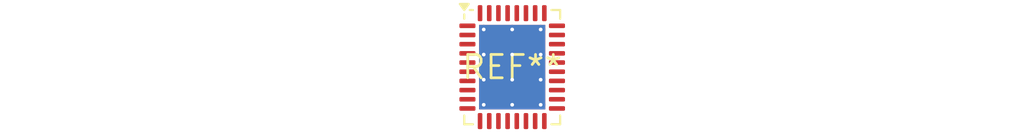
<source format=kicad_pcb>
(kicad_pcb (version 20240108) (generator pcbnew)
  (layers (0 "F.Cu" signal) (31 "B.Cu" signal) (34 "B.Paste" user) (35 "F.Paste" user) (36 "B.SilkS" user "B.Silkscreen") (37 "F.SilkS" user "F.Silkscreen") (38 "B.Mask" user) (39 "F.Mask" user) (44 "Edge.Cuts" user))
  (net 0 "")
  (footprint "QFN-36-1EP_5x6mm_P0.5mm_EP3.6x4.6mm_ThermalVias" (layer "F.Cu") (at 0 0)
    (property "Reference" "REF**")
    (property "Value" "QFN-36-1EP_5x6mm_P0.5mm_EP3.6x4.6mm_ThermalVias")
    (fp_line (start -2.61 -2.635) (end -2.61 -2.87) (layer "F.SilkS") (stroke (width 0.12)))
    (fp_line (start -2.61 3.11) (end -2.61 2.635) (layer "F.SilkS") (stroke (width 0.12)))
    (fp_line (start -2.135 -3.11) (end -2.31 -3.11) (layer "F.SilkS") (stroke (width 0.12)))
    (fp_line (start -2.135 3.11) (end -2.61 3.11) (layer "F.SilkS") (stroke (width 0.12)))
    (fp_line (start 2.135 -3.11) (end 2.61 -3.11) (layer "F.SilkS") (stroke (width 0.12)))
    (fp_line (start 2.135 3.11) (end 2.61 3.11) (layer "F.SilkS") (stroke (width 0.12)))
    (fp_line (start 2.61 -3.11) (end 2.61 -2.635) (layer "F.SilkS") (stroke (width 0.12)))
    (fp_line (start 2.61 3.11) (end 2.61 2.635) (layer "F.SilkS") (stroke (width 0.12)))
    (fp_poly (pts (xy -2.61 -3.11) (xy -2.85 -3.44) (xy -2.37 -3.44) (xy -2.61 -3.11)) (layer "F.SilkS") (stroke (width 0.12)) (fill solid))
    (pad "1" smd roundrect (at -2.4375 -2.25) (size 0.875 0.25) (layers "F.Cu" "F.Paste" "F.Mask"))
    (pad "2" smd roundrect (at -2.4375 -1.75) (size 0.875 0.25) (layers "F.Cu" "F.Paste" "F.Mask"))
    (pad "3" smd roundrect (at -2.4375 -1.25) (size 0.875 0.25) (layers "F.Cu" "F.Paste" "F.Mask"))
    (pad "4" smd roundrect (at -2.4375 -0.75) (size 0.875 0.25) (layers "F.Cu" "F.Paste" "F.Mask"))
    (pad "5" smd roundrect (at -2.4375 -0.25) (size 0.875 0.25) (layers "F.Cu" "F.Paste" "F.Mask"))
    (pad "6" smd roundrect (at -2.4375 0.25) (size 0.875 0.25) (layers "F.Cu" "F.Paste" "F.Mask"))
    (pad "7" smd roundrect (at -2.4375 0.75) (size 0.875 0.25) (layers "F.Cu" "F.Paste" "F.Mask"))
    (pad "8" smd roundrect (at -2.4375 1.25) (size 0.875 0.25) (layers "F.Cu" "F.Paste" "F.Mask"))
    (pad "9" smd roundrect (at -2.4375 1.75) (size 0.875 0.25) (layers "F.Cu" "F.Paste" "F.Mask"))
    (pad "10" smd roundrect (at -2.4375 2.25) (size 0.875 0.25) (layers "F.Cu" "F.Paste" "F.Mask"))
    (pad "11" smd roundrect (at -1.75 2.9375) (size 0.25 0.875) (layers "F.Cu" "F.Paste" "F.Mask"))
    (pad "12" smd roundrect (at -1.25 2.9375) (size 0.25 0.875) (layers "F.Cu" "F.Paste" "F.Mask"))
    (pad "13" smd roundrect (at -0.75 2.9375) (size 0.25 0.875) (layers "F.Cu" "F.Paste" "F.Mask"))
    (pad "14" smd roundrect (at -0.25 2.9375) (size 0.25 0.875) (layers "F.Cu" "F.Paste" "F.Mask"))
    (pad "15" smd roundrect (at 0.25 2.9375) (size 0.25 0.875) (layers "F.Cu" "F.Paste" "F.Mask"))
    (pad "16" smd roundrect (at 0.75 2.9375) (size 0.25 0.875) (layers "F.Cu" "F.Paste" "F.Mask"))
    (pad "17" smd roundrect (at 1.25 2.9375) (size 0.25 0.875) (layers "F.Cu" "F.Paste" "F.Mask"))
    (pad "18" smd roundrect (at 1.75 2.9375) (size 0.25 0.875) (layers "F.Cu" "F.Paste" "F.Mask"))
    (pad "19" smd roundrect (at 2.4375 2.25) (size 0.875 0.25) (layers "F.Cu" "F.Paste" "F.Mask"))
    (pad "20" smd roundrect (at 2.4375 1.75) (size 0.875 0.25) (layers "F.Cu" "F.Paste" "F.Mask"))
    (pad "21" smd roundrect (at 2.4375 1.25) (size 0.875 0.25) (layers "F.Cu" "F.Paste" "F.Mask"))
    (pad "22" smd roundrect (at 2.4375 0.75) (size 0.875 0.25) (layers "F.Cu" "F.Paste" "F.Mask"))
    (pad "23" smd roundrect (at 2.4375 0.25) (size 0.875 0.25) (layers "F.Cu" "F.Paste" "F.Mask"))
    (pad "24" smd roundrect (at 2.4375 -0.25) (size 0.875 0.25) (layers "F.Cu" "F.Paste" "F.Mask"))
    (pad "25" smd roundrect (at 2.4375 -0.75) (size 0.875 0.25) (layers "F.Cu" "F.Paste" "F.Mask"))
    (pad "26" smd roundrect (at 2.4375 -1.25) (size 0.875 0.25) (layers "F.Cu" "F.Paste" "F.Mask"))
    (pad "27" smd roundrect (at 2.4375 -1.75) (size 0.875 0.25) (layers "F.Cu" "F.Paste" "F.Mask"))
    (pad "28" smd roundrect (at 2.4375 -2.25) (size 0.875 0.25) (layers "F.Cu" "F.Paste" "F.Mask"))
    (pad "29" smd roundrect (at 1.75 -2.9375) (size 0.25 0.875) (layers "F.Cu" "F.Paste" "F.Mask"))
    (pad "30" smd roundrect (at 1.25 -2.9375) (size 0.25 0.875) (layers "F.Cu" "F.Paste" "F.Mask"))
    (pad "31" smd roundrect (at 0.75 -2.9375) (size 0.25 0.875) (layers "F.Cu" "F.Paste" "F.Mask"))
    (pad "32" smd roundrect (at 0.25 -2.9375) (size 0.25 0.875) (layers "F.Cu" "F.Paste" "F.Mask"))
    (pad "33" smd roundrect (at -0.25 -2.9375) (size 0.25 0.875) (layers "F.Cu" "F.Paste" "F.Mask"))
    (pad "34" smd roundrect (at -0.75 -2.9375) (size 0.25 0.875) (layers "F.Cu" "F.Paste" "F.Mask"))
    (pad "35" smd roundrect (at -1.25 -2.9375) (size 0.25 0.875) (layers "F.Cu" "F.Paste" "F.Mask"))
    (pad "36" smd roundrect (at -1.75 -2.9375) (size 0.25 0.875) (layers "F.Cu" "F.Paste" "F.Mask"))
    (pad "37" thru_hole circle (at -1.55 -2.05) (size 0.5 0.5) (drill 0.2) (property pad_prop_heatsink) (layers *.Cu) (remove_unused_layers))
    (pad "37" thru_hole circle (at -1.55 -0.683333) (size 0.5 0.5) (drill 0.2) (property pad_prop_heatsink) (layers *.Cu) (remove_unused_layers))
    (pad "37" thru_hole circle (at -1.55 0.683333) (size 0.5 0.5) (drill 0.2) (property pad_prop_heatsink) (layers *.Cu) (remove_unused_layers))
    (pad "37" thru_hole circle (at -1.55 2.05) (size 0.5 0.5) (drill 0.2) (property pad_prop_heatsink) (layers *.Cu) (remove_unused_layers))
    (pad "37" thru_hole circle (at 0 -2.05) (size 0.5 0.5) (drill 0.2) (property pad_prop_heatsink) (layers *.Cu) (remove_unused_layers))
    (pad "37" thru_hole circle (at 0 -0.683333) (size 0.5 0.5) (drill 0.2) (property pad_prop_heatsink) (layers *.Cu) (remove_unused_layers))
    (pad "37" smd rect (at 0 0) (size 3.6 4.6) (property pad_prop_heatsink) (layers "F.Cu" "F.Mask"))
    (pad "37" smd rect (at 0 0) (size 3.6 4.6) (property pad_prop_heatsink) (layers "B.Cu"))
    (pad "37" thru_hole circle (at 0 0.683333) (size 0.5 0.5) (drill 0.2) (property pad_prop_heatsink) (layers *.Cu) (remove_unused_layers))
    (pad "37" thru_hole circle (at 0 2.05) (size 0.5 0.5) (drill 0.2) (property pad_prop_heatsink) (layers *.Cu) (remove_unused_layers))
    (pad "37" thru_hole circle (at 1.55 -2.05) (size 0.5 0.5) (drill 0.2) (property pad_prop_heatsink) (layers *.Cu) (remove_unused_layers))
    (pad "37" thru_hole circle (at 1.55 -0.683333) (size 0.5 0.5) (drill 0.2) (property pad_prop_heatsink) (layers *.Cu) (remove_unused_layers))
    (pad "37" thru_hole circle (at 1.55 0.683333) (size 0.5 0.5) (drill 0.2) (property pad_prop_heatsink) (layers *.Cu) (remove_unused_layers))
    (pad "37" thru_hole circle (at 1.55 2.05) (size 0.5 0.5) (drill 0.2) (property pad_prop_heatsink) (layers *.Cu) (remove_unused_layers))
  )
)
</source>
